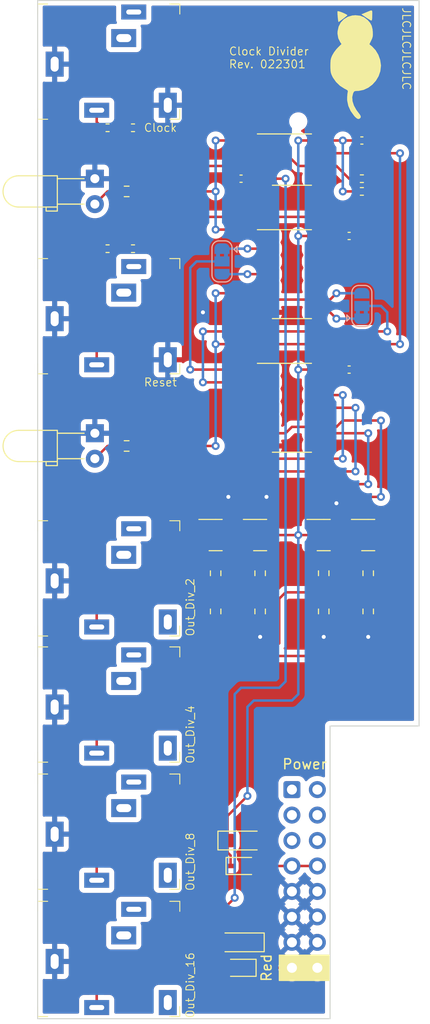
<source format=kicad_pcb>
(kicad_pcb (version 20211014) (generator pcbnew)
  (layers (0 "F.Cu" signal) (31 "B.Cu" signal) (34 "B.Paste" user) (35 "F.Paste" user) (36 "B.SilkS" user "B.Silkscreen") (37 "F.SilkS" user "F.Silkscreen") (38 "B.Mask" user) (39 "F.Mask" user) (44 "Edge.Cuts" user))
  (net 0 "")
  (net 1 "-12V")
  (net 2 "GND")
  (net 3 "Net-(D1-Pad2)")
  (net 4 "Net-(D2-Pad2)")
  (net 5 "Net-(IC1-Pad1)")
  (net 6 "Net-(IC1-Pad2)")
  (net 7 "Net-(D4-Pad1)")
  (net 8 "Net-(IC1-Pad3)")
  (net 9 "Net-(IC1-Pad7)")
  (net 10 "Net-(IC3-Pad2)")
  (net 11 "Net-(IC3-Pad4)")
  (net 12 "Net-(IC3-Pad6)")
  (net 13 "Net-(IC3-Pad8)")
  (net 17 "Net-(IC4-Pad6)")
  (net 19 "Net-(IC4-Pad9)")
  (net 21 "Net-(IC4-Pad11)")
  (net 22 "Net-(IC4-Pad12)")
  (net 24 "Net-(J1-PadT)")
  (net 25 "Net-(J2-PadT)")
  (net 26 "Net-(J3-PadT)")
  (net 27 "Net-(J4-PadT)")
  (net 28 "Net-(J5-PadT)")
  (net 29 "Net-(J6-PadT)")
  (net 30 "Net-(IC1-Pad5)")
  (net 31 "Net-(D3-Pad2)")
  (net 32 "Net-(IC4-Pad1)")
  (net 33 "Net-(IC4-Pad2)")
  (net 34 "+12V")
  (net 35 "Net-(Q1-Pad2)")
  (net 36 "Net-(Q2-Pad2)")
  (net 37 "Net-(Q3-Pad2)")
  (net 38 "Net-(Q4-Pad2)")
  (footprint "Resistor_SMD:R_0603_1608Metric" (layer "F.Cu") (at 28.575 57.15 -90)
    (fp_text reference "R17" hide)
    (fp_text value "1k2" hide)
    (pad "1" smd roundrect (at -0.825 0 270) (size 0.8 0.95) (layers "F.Cu" "F.Paste" "F.Mask") (net 37 "Net-(Q3-Pad2)"))
    (pad "2" smd roundrect (at 0.825 0 270) (size 0.8 0.95) (layers "F.Cu" "F.Paste" "F.Mask") (net 28 "Net-(J5-PadT)"))
  )
  (footprint "Resistor_SMD:R_0402_1005Metric" (layer "F.Cu") (at 6.985 12.7)
    (fp_text reference "R4" hide)
    (fp_text value "10k" hide)
    (pad "1" smd roundrect (at -0.51 0) (size 0.54 0.64) (layers "F.Cu" "F.Paste" "F.Mask") (net 24 "Net-(J1-PadT)"))
    (pad "2" smd roundrect (at 0.51 0) (size 0.54 0.64) (layers "F.Cu" "F.Paste" "F.Mask") (net 8 "Net-(IC1-Pad3)"))
  )
  (footprint "Resistor_SMD:R_0603_1608Metric" (layer "F.Cu") (at 22.225 60.96 -90)
    (fp_text reference "R16" hide)
    (fp_text value "1k" hide)
    (pad "1" smd roundrect (at -0.825 0 270) (size 0.8 0.95) (layers "F.Cu" "F.Paste" "F.Mask") (net 26 "Net-(J3-PadT)"))
    (pad "2" smd roundrect (at 0.825 0 270) (size 0.8 0.95) (layers "F.Cu" "F.Paste" "F.Mask") (net 2 "GND"))
  )
  (footprint "Capacitor_Tantalum_SMD:CP_EIA-3216-18_Kemet-A" (layer "F.Cu") (at 20.32 83.82)
    (fp_text reference "C2" hide)
    (fp_text value "10uF/16V" hide)
    (pad "1" smd roundrect (at -1.35 0) (size 1.4 1.35) (layers "F.Cu" "F.Paste" "F.Mask") (roundrect_rratio 0.1851851852) (net 34 "+12V"))
    (pad "2" smd roundrect (at 1.35 0) (size 1.4 1.35) (layers "F.Cu" "F.Paste" "F.Mask") (roundrect_rratio 0.1851851852) (net 2 "GND"))
  )
  (footprint "Resistor_SMD:R_0603_1608Metric" (layer "F.Cu") (at 33.02 57.15 -90)
    (fp_text reference "R19" hide)
    (fp_text value "1k2" hide)
    (pad "1" smd roundrect (at -0.825 0 270) (size 0.8 0.95) (layers "F.Cu" "F.Paste" "F.Mask") (net 38 "Net-(Q4-Pad2)"))
    (pad "2" smd roundrect (at 0.825 0 270) (size 0.8 0.95) (layers "F.Cu" "F.Paste" "F.Mask") (net 29 "Net-(J6-PadT)"))
  )
  (footprint "Capacitor_SMD:C_0402_1005Metric" (layer "F.Cu") (at 31.115 36.83)
    (fp_text reference "C4" hide)
    (fp_text value "100nF" hide)
    (pad "1" smd roundrect (at -0.48 0) (size 0.56 0.62) (layers "F.Cu" "F.Paste" "F.Mask") (net 34 "+12V"))
    (pad "2" smd roundrect (at 0.48 0) (size 0.56 0.62) (layers "F.Cu" "F.Paste" "F.Mask") (net 2 "GND"))
  )
  (footprint "Package_SO:SOIC-14_3.9x8.7mm_P1.27mm" (layer "F.Cu") (at 25.4 27.305)
    (fp_text reference "IC3" hide)
    (fp_text value "CD4069UBM96" hide)
    (pad "1" smd roundrect (at -2.475 -3.81) (size 1.95 0.6) (layers "F.Cu" "F.Paste" "F.Mask") (net 5 "Net-(IC1-Pad1)"))
    (pad "2" smd roundrect (at -2.475 -2.54) (size 1.95 0.6) (layers "F.Cu" "F.Paste" "F.Mask") (net 10 "Net-(IC3-Pad2)"))
    (pad "3" smd roundrect (at -2.475 -1.27) (size 1.95 0.6) (layers "F.Cu" "F.Paste" "F.Mask") (net 10 "Net-(IC3-Pad2)"))
    (pad "4" smd roundrect (at -2.475 0) (size 1.95 0.6) (layers "F.Cu" "F.Paste" "F.Mask") (net 11 "Net-(IC3-Pad4)"))
    (pad "5" smd roundrect (at -2.475 1.27) (size 1.95 0.6) (layers "F.Cu" "F.Paste" "F.Mask") (net 9 "Net-(IC1-Pad7)"))
    (pad "6" smd roundrect (at -2.475 2.54) (size 1.95 0.6) (layers "F.Cu" "F.Paste" "F.Mask") (net 12 "Net-(IC3-Pad6)"))
    (pad "7" smd roundrect (at -2.475 3.81) (size 1.95 0.6) (layers "F.Cu" "F.Paste" "F.Mask") (net 2 "GND"))
    (pad "8" smd roundrect (at 2.475 3.81) (size 1.95 0.6) (layers "F.Cu" "F.Paste" "F.Mask") (net 13 "Net-(IC3-Pad8)"))
    (pad "9" smd roundrect (at 2.475 2.54) (size 1.95 0.6) (layers "F.Cu" "F.Paste" "F.Mask") (net 12 "Net-(IC3-Pad6)"))
    (pad "10" smd roundrect (at 2.475 1.27) (size 1.95 0.6) (layers "F.Cu" "F.Paste" "F.Mask"))
    (pad "11" smd roundrect (at 2.475 0) (size 1.95 0.6) (layers "F.Cu" "F.Paste" "F.Mask"))
    (pad "12" smd roundrect (at 2.475 -1.27) (size 1.95 0.6) (layers "F.Cu" "F.Paste" "F.Mask"))
    (pad "13" smd roundrect (at 2.475 -2.54) (size 1.95 0.6) (layers "F.Cu" "F.Paste" "F.Mask"))
    (pad "14" smd roundrect (at 2.475 -3.81) (size 1.95 0.6) (layers "F.Cu" "F.Paste" "F.Mask") (net 34 "+12V"))
  )
  (footprint "Connector_Audio_QingPu:Jack_3.5mm_QingPu_WQP-PJ324M" (layer "F.Cu") (at 0 6.35)
    (fp_text reference "J1" hide)
    (fp_text value "Clock" (at 13.97 6.35) (layer "F.SilkS") (effects (font (size 0.8 0.8) (thickness 0.1)) (justify right)))
    (pad "R" thru_hole rect locked (at 9.6 -5.2) (size 2.5 1.5) (drill oval 1.5 0.5) (layers *.Cu *.Mask))
    (pad "RN" thru_hole rect locked (at 8.6 -2.6) (size 2.5 1.8) (drill oval 1.5 0.8) (layers *.Cu *.Mask))
    (pad "S" thru_hole rect locked (at 1.7 0) (size 1.8 2.5) (drill oval 0.8 1.5) (layers *.Cu *.Mask) (net 2 "GND"))
    (pad "T" thru_hole rect locked (at 5.9 4.6) (size 2.5 1.5) (drill oval 1.5 0.5) (layers *.Cu *.Mask) (net 24 "Net-(J1-PadT)"))
    (pad "TN" thru_hole rect locked (at 13 4.1) (size 1.8 2.5) (drill oval 0.8 1.5) (layers *.Cu *.Mask) (net 2 "GND"))
  )
  (footprint "Resistor_SMD:R_0603_1608Metric" (layer "F.Cu") (at 22.225 57.15 -90)
    (fp_text reference "R14" hide)
    (fp_text value "1k2" hide)
    (pad "1" smd roundrect (at -0.825 0 270) (size 0.8 0.95) (layers "F.Cu" "F.Paste" "F.Mask") (net 36 "Net-(Q2-Pad2)"))
    (pad "2" smd roundrect (at 0.825 0 270) (size 0.8 0.95) (layers "F.Cu" "F.Paste" "F.Mask") (net 26 "Net-(J3-PadT)"))
  )
  (footprint "Resistor_SMD:R_0603_1608Metric" (layer "F.Cu") (at 8.89 44.45 180)
    (fp_text reference "R13" hide)
    (fp_text value "1k" hide)
    (pad "1" smd roundrect (at -0.825 0 180) (size 0.8 0.95) (layers "F.Cu" "F.Paste" "F.Mask") (net 9 "Net-(IC1-Pad7)"))
    (pad "2" smd roundrect (at 0.825 0 180) (size 0.8 0.95) (layers "F.Cu" "F.Paste" "F.Mask") (net 31 "Net-(D3-Pad2)"))
  )
  (footprint "Resistor_SMD:R_0402_1005Metric" (layer "F.Cu") (at 6.985 24.765)
    (fp_text reference "R10" hide)
    (fp_text value "10k" hide)
    (pad "1" smd roundrect (at -0.51 0) (size 0.54 0.64) (layers "F.Cu" "F.Paste" "F.Mask") (net 27 "Net-(J4-PadT)"))
    (pad "2" smd roundrect (at 0.51 0) (size 0.54 0.64) (layers "F.Cu" "F.Paste" "F.Mask") (net 30 "Net-(IC1-Pad5)"))
  )
  (footprint "Package_SO:SOIC-8_3.9x4.9mm_P1.27mm" (layer "F.Cu") (at 25.4 15.875)
    (fp_text reference "IC1" hide)
    (fp_text value "TL072CDT" hide)
    (pad "1" smd roundrect (at -2.475 -1.905) (size 1.95 0.6) (layers "F.Cu" "F.Paste" "F.Mask") (net 5 "Net-(IC1-Pad1)"))
    (pad "2" smd roundrect (at -2.475 -0.635) (size 1.95 0.6) (layers "F.Cu" "F.Paste" "F.Mask") (net 6 "Net-(IC1-Pad2)"))
    (pad "3" smd roundrect (at -2.475 0.635) (size 1.95 0.6) (layers "F.Cu" "F.Paste" "F.Mask") (net 8 "Net-(IC1-Pad3)"))
    (pad "4" smd roundrect (at -2.475 1.905) (size 1.95 0.6) (layers "F.Cu" "F.Paste" "F.Mask") (net 1 "-12V"))
    (pad "5" smd roundrect (at 2.475 1.905) (size 1.95 0.6) (layers "F.Cu" "F.Paste" "F.Mask") (net 30 "Net-(IC1-Pad5)"))
    (pad "6" smd roundrect (at 2.475 0.635) (size 1.95 0.6) (layers "F.Cu" "F.Paste" "F.Mask") (net 6 "Net-(IC1-Pad2)"))
    (pad "7" smd roundrect (at 2.475 -0.635) (size 1.95 0.6) (layers "F.Cu" "F.Paste" "F.Mask") (net 9 "Net-(IC1-Pad7)"))
    (pad "8" smd roundrect (at 2.475 -1.905) (size 1.95 0.6) (layers "F.Cu" "F.Paste" "F.Mask") (net 34 "+12V"))
  )
  (footprint "Connector_Audio_QingPu:Jack_3.5mm_QingPu_WQP-PJ324M" (layer "F.Cu") (at 0 95.885)
    (fp_text reference "J6" hide)
    (fp_text value "Out_Div_16" (at 15.24 5.715 90) (layer "F.SilkS") (effects (font (size 0.8 0.8) (thickness 0.1)) (justify left)))
    (pad "R" thru_hole rect locked (at 9.6 -5.2) (size 2.5 1.5) (drill oval 1.5 0.5) (layers *.Cu *.Mask))
    (pad "RN" thru_hole rect locked (at 8.6 -2.6) (size 2.5 1.8) (drill oval 1.5 0.8) (layers *.Cu *.Mask))
    (pad "S" thru_hole rect locked (at 1.7 0) (size 1.8 2.5) (drill oval 0.8 1.5) (layers *.Cu *.Mask) (net 2 "GND"))
    (pad "T" thru_hole rect locked (at 5.9 4.6) (size 2.5 1.5) (drill oval 1.5 0.5) (layers *.Cu *.Mask) (net 29 "Net-(J6-PadT)"))
    (pad "TN" thru_hole rect locked (at 13 4.1) (size 1.8 2.5) (drill oval 0.8 1.5) (layers *.Cu *.Mask))
  )
  (footprint "Package_TO_SOT_SMD:SOT-23" (layer "F.Cu") (at 17.78 53.34)
    (fp_text reference "Q1" hide)
    (fp_text value "MMBT3904" hide)
    (pad "1" smd roundrect (at -0.9375 -0.95) (size 1.475 0.6) (layers "F.Cu" "F.Paste" "F.Mask") (net 22 "Net-(IC4-Pad12)"))
    (pad "2" smd roundrect (at -0.9375 0.95) (size 1.475 0.6) (layers "F.Cu" "F.Paste" "F.Mask") (net 35 "Net-(Q1-Pad2)"))
    (pad "3" smd roundrect (at 0.9375 0) (size 1.475 0.6) (layers "F.Cu" "F.Paste" "F.Mask") (net 34 "+12V"))
  )
  (footprint "Resistor_SMD:R_0603_1608Metric" (layer "F.Cu") (at 28.575 60.96 -90)
    (fp_text reference "R18" hide)
    (fp_text value "1k" hide)
    (pad "1" smd roundrect (at -0.825 0 270) (size 0.8 0.95) (layers "F.Cu" "F.Paste" "F.Mask") (net 28 "Net-(J5-PadT)"))
    (pad "2" smd roundrect (at 0.825 0 270) (size 0.8 0.95) (layers "F.Cu" "F.Paste" "F.Mask") (net 2 "GND"))
  )
  (footprint "Package_TO_SOT_SMD:SOT-23" (layer "F.Cu") (at 28.575 53.34)
    (fp_text reference "Q3" hide)
    (fp_text value "MMBT3904" hide)
    (pad "1" smd roundrect (at -0.9375 -0.95) (size 1.475 0.6) (layers "F.Cu" "F.Paste" "F.Mask") (net 19 "Net-(IC4-Pad9)"))
    (pad "2" smd roundrect (at -0.9375 0.95) (size 1.475 0.6) (layers "F.Cu" "F.Paste" "F.Mask") (net 37 "Net-(Q3-Pad2)"))
    (pad "3" smd roundrect (at 0.9375 0) (size 1.475 0.6) (layers "F.Cu" "F.Paste" "F.Mask") (net 34 "+12V"))
  )
  (footprint "Resistor_SMD:R_0603_1608Metric" (layer "F.Cu") (at 17.78 57.15 -90)
    (fp_text reference "R7" hide)
    (fp_text value "1k2" hide)
    (pad "1" smd roundrect (at -0.825 0 270) (size 0.8 0.95) (layers "F.Cu" "F.Paste" "F.Mask") (net 35 "Net-(Q1-Pad2)"))
    (pad "2" smd roundrect (at 0.825 0 270) (size 0.8 0.95) (layers "F.Cu" "F.Paste" "F.Mask") (net 25 "Net-(J2-PadT)"))
  )
  (footprint "Package_TO_SOT_SMD:SOT-23" (layer "F.Cu") (at 22.225 53.34)
    (fp_text reference "Q2" hide)
    (fp_text value "MMBT3904" hide)
    (pad "1" smd roundrect (at -0.9375 -0.95) (size 1.475 0.6) (layers "F.Cu" "F.Paste" "F.Mask") (net 21 "Net-(IC4-Pad11)"))
    (pad "2" smd roundrect (at -0.9375 0.95) (size 1.475 0.6) (layers "F.Cu" "F.Paste" "F.Mask") (net 36 "Net-(Q2-Pad2)"))
    (pad "3" smd roundrect (at 0.9375 0) (size 1.475 0.6) (layers "F.Cu" "F.Paste" "F.Mask") (net 34 "+12V"))
  )
  (footprint "Resistor_SMD:R_0402_1005Metric" (layer "F.Cu") (at 32.385 17.78 180)
    (fp_text reference "R15" hide)
    (fp_text value "10k" hide)
    (pad "1" smd roundrect (at -0.51 0 180) (size 0.54 0.64) (layers "F.Cu" "F.Paste" "F.Mask") (net 2 "GND"))
    (pad "2" smd roundrect (at 0.51 0 180) (size 0.54 0.64) (layers "F.Cu" "F.Paste" "F.Mask") (net 6 "Net-(IC1-Pad2)"))
  )
  (footprint "Resistor_SMD:R_0603_1608Metric" (layer "F.Cu") (at 17.78 60.96 -90)
    (fp_text reference "R8" hide)
    (fp_text value "1k" hide)
    (pad "1" smd roundrect (at -0.825 0 270) (size 0.8 0.95) (layers "F.Cu" "F.Paste" "F.Mask") (net 25 "Net-(J2-PadT)"))
    (pad "2" smd roundrect (at 0.825 0 270) (size 0.8 0.95) (layers "F.Cu" "F.Paste" "F.Mask") (net 2 "GND"))
  )
  (footprint "Capacitor_SMD:C_0402_1005Metric" (layer "F.Cu") (at 20.32 17.78)
    (fp_text reference "C6" hide)
    (fp_text value "100nF" hide)
    (pad "1" smd roundrect (at -0.48 0) (size 0.56 0.62) (layers "F.Cu" "F.Paste" "F.Mask") (net 2 "GND"))
    (pad "2" smd roundrect (at 0.48 0) (size 0.56 0.62) (layers "F.Cu" "F.Paste" "F.Mask") (net 1 "-12V"))
  )
  (footprint "Connector_Audio_QingPu:Jack_3.5mm_QingPu_WQP-PJ324M" (layer "F.Cu") (at 0 31.75)
    (fp_text reference "J4" hide)
    (fp_text value "Reset" (at 13.97 6.35) (layer "F.SilkS") (effects (font (size 0.8 0.8) (thickness 0.1)) (justify right)))
    (pad "R" thru_hole rect locked (at 9.6 -5.2) (size 2.5 1.5) (drill oval 1.5 0.5) (layers *.Cu *.Mask))
    (pad "RN" thru_hole rect locked (at 8.6 -2.6) (size 2.5 1.8) (drill oval 1.5 0.8) (layers *.Cu *.Mask))
    (pad "S" thru_hole rect locked (at 1.7 0) (size 1.8 2.5) (drill oval 0.8 1.5) (layers *.Cu *.Mask) (net 2 "GND"))
    (pad "T" thru_hole rect locked (at 5.9 4.6) (size 2.5 1.5) (drill oval 1.5 0.5) (layers *.Cu *.Mask) (net 27 "Net-(J4-PadT)"))
    (pad "TN" thru_hole rect locked (at 13 4.1) (size 1.8 2.5) (drill oval 0.8 1.5) (layers *.Cu *.Mask) (net 2 "GND"))
  )
  (footprint "Capacitor_SMD:C_0402_1005Metric" (layer "F.Cu") (at 32.385 13.97)
    (fp_text reference "C1" hide)
    (fp_text value "100nF" hide)
    (pad "1" smd roundrect (at -0.48 0) (size 0.56 0.62) (layers "F.Cu" "F.Paste" "F.Mask") (net 34 "+12V"))
    (pad "2" smd roundrect (at 0.48 0) (size 0.56 0.62) (layers "F.Cu" "F.Paste" "F.Mask") (net 2 "GND"))
  )
  (footprint "Diode_SMD:D_SOD-323" (layer "F.Cu") (at 20.32 96.52 180)
    (fp_text reference "D4" hide)
    (fp_text value "1N5819WS" hide)
    (pad "1" smd rect (at -1.05 0 180) (size 0.6 0.45) (layers "F.Cu" "F.Paste" "F.Mask") (net 7 "Net-(D4-Pad1)"))
    (pad "2" smd rect (at 1.05 0 180) (size 0.6 0.45) (layers "F.Cu" "F.Paste" "F.Mask") (net 1 "-12V"))
  )
  (footprint "Package_SO:SOIC-14_3.9x8.7mm_P1.27mm" (layer "F.Cu") (at 25.4 40.64)
    (fp_text reference "IC4" hide)
    (fp_text value "CD4024BM96" hide)
    (pad "1" smd roundrect (at -2.475 -3.81) (size 1.95 0.6) (layers "F.Cu" "F.Paste" "F.Mask") (net 32 "Net-(IC4-Pad1)"))
    (pad "2" smd roundrect (at -2.475 -2.54) (size 1.95 0.6) (layers "F.Cu" "F.Paste" "F.Mask") (net 33 "Net-(IC4-Pad2)"))
    (pad "3" smd roundrect (at -2.475 -1.27) (size 1.95 0.6) (layers "F.Cu" "F.Paste" "F.Mask"))
    (pad "4" smd roundrect (at -2.475 0) (size 1.95 0.6) (layers "F.Cu" "F.Paste" "F.Mask"))
    (pad "5" smd roundrect (at -2.475 1.27) (size 1.95 0.6) (layers "F.Cu" "F.Paste" "F.Mask"))
    (pad "6" smd roundrect (at -2.475 2.54) (size 1.95 0.6) (layers "F.Cu" "F.Paste" "F.Mask") (net 17 "Net-(IC4-Pad6)"))
    (pad "7" smd roundrect (at -2.475 3.81) (size 1.95 0.6) (layers "F.Cu" "F.Paste" "F.Mask") (net 2 "GND"))
    (pad "8" smd roundrect (at 2.475 3.81) (size 1.95 0.6) (layers "F.Cu" "F.Paste" "F.Mask"))
    (pad "9" smd roundrect (at 2.475 2.54) (size 1.95 0.6) (layers "F.Cu" "F.Paste" "F.Mask") (net 19 "Net-(IC4-Pad9)"))
    (pad "10" smd roundrect (at 2.475 1.27) (size 1.95 0.6) (layers "F.Cu" "F.Paste" "F.Mask"))
    (pad "11" smd roundrect (at 2.475 0) (size 1.95 0.6) (layers "F.Cu" "F.Paste" "F.Mask") (net 21 "Net-(IC4-Pad11)"))
    (pad "12" smd roundrect (at 2.475 -1.27) (size 1.95 0.6) (layers "F.Cu" "F.Paste" "F.Mask") (net 22 "Net-(IC4-Pad12)"))
    (pad "13" smd roundrect (at 2.475 -2.54) (size 1.95 0.6) (layers "F.Cu" "F.Paste" "F.Mask"))
    (pad "14" smd roundrect (at 2.475 -3.81) (size 1.95 0.6) (layers "F.Cu" "F.Paste" "F.Mask") (net 34 "+12V"))
  )
  (footprint "LED_THT:LED_D3.0mm_Horizontal_O3.81mm_Z6.0mm" (layer "F.Cu") (at 5.715 43.18 -90)
    (fp_text reference "D3" hide)
    (fp_text value "LED" hide)
    (pad "1" thru_hole rect (at 0 0 270) (size 1.8 1.8) (drill 0.9) (layers *.Cu *.Mask) (net 2 "GND"))
    (pad "2" thru_hole circle (at 2.54 0 270) (size 1.8 1.8) (drill 0.9) (layers *.Cu *.Mask) (net 31 "Net-(D3-Pad2)"))
  )
  (footprint "Capacitor_SMD:C_0402_1005Metric" (layer "F.Cu") (at 31.115 23.495)
    (fp_text reference "C5" hide)
    (fp_text value "100nF" hide)
    (pad "1" smd roundrect (at -0.48 0) (size 0.56 0.62) (layers "F.Cu" "F.Paste" "F.Mask") (net 34 "+12V"))
    (pad "2" smd roundrect (at 0.48 0) (size 0.56 0.62) (layers "F.Cu" "F.Paste" "F.Mask") (net 2 "GND"))
  )
  (footprint "Connector_Audio_QingPu:Jack_3.5mm_QingPu_WQP-PJ324M" (layer "F.Cu") (at 0 70.5)
    (fp_text reference "J3" hide)
    (fp_text value "Out_Div_4" (at 15.24 5.7 90) (layer "F.SilkS") (effects (font (size 0.8 0.8) (thickness 0.1)) (justify left)))
    (pad "R" thru_hole rect locked (at 9.6 -5.2) (size 2.5 1.5) (drill oval 1.5 0.5) (layers *.Cu *.Mask))
    (pad "RN" thru_hole rect locked (at 8.6 -2.6) (size 2.5 1.8) (drill oval 1.5 0.8) (layers *.Cu *.Mask))
    (pad "S" thru_hole rect locked (at 1.7 0) (size 1.8 2.5) (drill oval 0.8 1.5) (layers *.Cu *.Mask) (net 2 "GND"))
    (pad "T" thru_hole rect locked (at 5.9 4.6) (size 2.5 1.5) (drill oval 1.5 0.5) (layers *.Cu *.Mask) (net 26 "Net-(J3-PadT)"))
    (pad "TN" thru_hole rect locked (at 13 4.1) (size 1.8 2.5) (drill oval 0.8 1.5) (layers *.Cu *.Mask))
  )
  (footprint "Resistor_SMD:R_0402_1005Metric" (layer "F.Cu") (at 32.385 19.05 180)
    (fp_text reference "R1" hide)
    (fp_text value "100k" hide)
    (pad "1" smd roundrect (at -0.51 0 180) (size 0.54 0.64) (layers "F.Cu" "F.Paste" "F.Mask") (net 6 "Net-(IC1-Pad2)"))
    (pad "2" smd roundrect (at 0.51 0 180) (size 0.54 0.64) (layers "F.Cu" "F.Paste" "F.Mask") (net 34 "+12V"))
  )
  (footprint "Resistor_SMD:R_0402_1005Metric" (layer "F.Cu") (at 9.525 12.7 180)
    (fp_text reference "R2" hide)
    (fp_text value "100k" hide)
    (pad "1" smd roundrect (at -0.51 0 180) (size 0.54 0.64) (layers "F.Cu" "F.Paste" "F.Mask") (net 2 "GND"))
    (pad "2" smd roundrect (at 0.51 0 180) (size 0.54 0.64) (layers "F.Cu" "F.Paste" "F.Mask") (net 8 "Net-(IC1-Pad3)"))
  )
  (footprint "Package_TO_SOT_SMD:SOT-23" (layer "F.Cu") (at 33.02 53.34)
    (fp_text reference "Q4" hide)
    (fp_text value "MMBT3904" hide)
    (pad "1" smd roundrect (at -0.9375 -0.95) (size 1.475 0.6) (layers "F.Cu" "F.Paste" "F.Mask") (net 17 "Net-(IC4-Pad6)"))
    (pad "2" smd roundrect (at -0.9375 0.95) (size 1.475 0.6) (layers "F.Cu" "F.Paste" "F.Mask") (net 38 "Net-(Q4-Pad2)"))
    (pad "3" smd roundrect (at 0.9375 0) (size 1.475 0.6) (layers "F.Cu" "F.Paste" "F.Mask") (net 34 "+12V"))
  )
  (footprint "Connector_Audio_QingPu:Jack_3.5mm_QingPu_WQP-PJ324M" (layer "F.Cu") (at 0 57.912)
    (fp_text reference "J2" hide)
    (fp_text value "Out_Div_2" (at 15.24 5.588 90) (layer "F.SilkS") (effects (font (size 0.8 0.8) (thickness 0.1)) (justify left)))
    (pad "R" thru_hole rect locked (at 9.6 -5.2) (size 2.5 1.5) (drill oval 1.5 0.5) (layers *.Cu *.Mask))
    (pad "RN" thru_hole rect locked (at 8.6 -2.6) (size 2.5 1.8) (drill oval 1.5 0.8) (layers *.Cu *.Mask))
    (pad "S" thru_hole rect locked (at 1.7 0) (size 1.8 2.5) (drill oval 0.8 1.5) (layers *.Cu *.Mask) (net 2 "GND"))
    (pad "T" thru_hole rect locked (at 5.9 4.6) (size 2.5 1.5) (drill oval 1.5 0.5) (layers *.Cu *.Mask) (net 25 "Net-(J2-PadT)"))
    (pad "TN" thru_hole rect locked (at 13 4.1) (size 1.8 2.5) (drill oval 0.8 1.5) (layers *.Cu *.Mask))
  )
  (footprint "Resistor_SMD:R_0603_1608Metric" (layer "F.Cu") (at 8.89 19.05 180)
    (fp_text reference "R12" hide)
    (fp_text value "1k" hide)
    (pad "1" smd roundrect (at -0.825 0 180) (size 0.8 0.95) (layers "F.Cu" "F.Paste" "F.Mask") (net 5 "Net-(IC1-Pad1)"))
    (pad "2" smd roundrect (at 0.825 0 180) (size 0.8 0.95) (layers "F.Cu" "F.Paste" "F.Mask") (net 3 "Net-(D1-Pad2)"))
  )
  (footprint "CATs_Eurosynth_Specials:Power_2x8_Horizontal" (layer "F.Cu") (at 25.4 78.74)
    (fp_text reference "J7" hide)
    (fp_text value "Power_2x5" hide)
    (fp_text user "Power" (at 1.27 -2.54 180) (layer "F.SilkS"))
    (fp_text user "Red" (at -2.54 17.78 90) (layer "F.SilkS"))
    (pad "+5V" thru_hole circle locked (at 0 5.08) (size 1.7 1.7) (drill 1) (layers *.Cu *.Mask))
    (pad "+5V" thru_hole circle locked (at 2.54 5.08) (size 1.7 1.7) (drill 1) (layers *.Cu *.Mask))
    (pad "+12V" thru_hole circle locked (at 0 7.62) (size 1.7 1.7) (drill 1) (layers *.Cu *.Mask) (net 4 "Net-(D2-Pad2)"))
    (pad "+12V" thru_hole circle locked (at 2.54 7.62) (size 1.7 1.7) (drill 1) (layers *.Cu *.Mask) (net 4 "Net-(D2-Pad2)"))
    (pad "-12V" thru_hole circle locked (at 2.54 17.78) (size 1.7 1.7) (drill 1) (layers *.Cu *.Mask) (net 7 "Net-(D4-Pad1)"))
    (pad "-12V" thru_hole circle locked (at 0 17.78) (size 1.7 1.7) (drill 1) (layers *.Cu *.Mask) (net 7 "Net-(D4-Pad1)"))
    (pad "CV" thru_hole circle locked (at 2.54 2.54) (size 1.7 1.7) (drill 1) (layers *.Cu *.Mask))
    (pad "CV" thru_hole circle locked (at 0 2.54) (size 1.7 1.7) (drill 1) (layers *.Cu *.Mask))
    (pad "GND" thru_hole circle locked (at 2.54 15.24) (size 1.7 1.7) (drill 1) (layers *.Cu *.Mask) (net 2 "GND"))
    (pad "GND" thru_hole circle locked (at 0 12.7) (size 1.7 1.7) (drill 1) (layers *.Cu *.Mask) (net 2 "GND"))
    (pad "GND" thru_hole circle locked (at 0 10.16) (size 1.7 1.7) (drill 1) (layers *.Cu *.Mask) (net 2 "GND"))
    (pad "GND" thru_hole circle locked (at 2.54 10.16) (size 1.7 1.7) (drill 1) (layers *.Cu *.Mask) (net 2 "GND"))
    (pad "GND" thru_hole circle locked (at 2.54 12.7) (size 1.7 1.7) (drill 1) (layers *.Cu *.Mask) (net 2 "GND"))
    (pad "GND" thru_hole circle locked (at 0 15.24) (size 1.7 1.7) (drill 1) (layers *.Cu *.Mask) (net 2 "GND"))
    (pad "Gate" thru_hole circle locked (at 2.54 0) (size 1.7 1.7) (drill 1) (layers *.Cu *.Mask))
    (pad "Gate" thru_hole roundrect locked (at 0 0) (size 1.7 1.7) (drill 1) (layers *.Cu *.Mask) (roundrect_rratio 0.147))
  )
  (footprint "Connector_Audio_QingPu:Jack_3.5mm_QingPu_WQP-PJ324M" (layer "F.Cu") (at 0 83.185)
    (fp_text reference "J5" hide)
    (fp_text value "Out_Div_8" (at 15.24 5.715 90) (layer "F.SilkS") (effects (font (size 0.8 0.8) (thickness 0.1)) (justify left)))
    (pad "R" thru_hole rect locked (at 9.6 -5.2) (size 2.5 1.5) (drill oval 1.5 0.5) (layers *.Cu *.Mask))
    (pad "RN" thru_hole rect locked (at 8.6 -2.6) (size 2.5 1.8) (drill oval 1.5 0.8) (layers *.Cu *.Mask))
    (pad "S" thru_hole rect locked (at 1.7 0) (size 1.8 2.5) (drill oval 0.8 1.5) (layers *.Cu *.Mask) (net 2 "GND"))
    (pad "T" thru_hole rect locked (at 5.9 4.6) (size 2.5 1.5) (drill oval 1.5 0.5) (layers *.Cu *.Mask) (net 28 "Net-(J5-PadT)"))
    (pad "TN" thru_hole rect locked (at 13 4.1) (size 1.8 2.5) (drill oval 0.8 1.5) (layers *.Cu *.Mask))
  )
  (footprint "Diode_SMD:D_SOD-323" (layer "F.Cu") (at 20.32 86.36)
    (fp_text reference "D2" hide)
    (fp_text value "1N5819WS" hide)
    (pad "1" smd rect (at -1.05 0) (size 0.6 0.45) (layers "F.Cu" "F.Paste" "F.Mask") (net 34 "+12V"))
    (pad "2" smd rect (at 1.05 0) (size 0.6 0.45) (layers "F.Cu" "F.Paste" "F.Mask") (net 4 "Net-(D2-Pad2)"))
  )
  (footprint "Resistor_SMD:R_0402_1005Metric" (layer "F.Cu") (at 9.525 24.765 180)
    (fp_text reference "R5" hide)
    (fp_text value "100k" hide)
    (pad "1" smd roundrect (at -0.51 0 180) (size 0.54 0.64) (layers "F.Cu" "F.Paste" "F.Mask") (net 2 "GND"))
    (pad "2" smd roundrect (at 0.51 0 180) (size 0.54 0.64) (layers "F.Cu" "F.Paste" "F.Mask") (net 30 "Net-(IC1-Pad5)"))
  )
  (footprint "CATs_Eurosynth_Specials:CATs Tiny" (layer "F.Cu") (at 31.75 6.35)
    (fp_text reference "G***" hide)
    (fp_text value "LOGO" hide)
  )
  (footprint "LED_THT:LED_D3.0mm_Horizontal_O3.81mm_Z6.0mm" (layer "F.Cu") (at 5.715 17.78 -90)
    (fp_text reference "D1" hide)
    (fp_text value "LED" hide)
    (pad "1" thru_hole rect (at 0 0 270) (size 1.8 1.8) (drill 0.9) (layers *.Cu *.Mask) (net 2 "GND"))
    (pad "2" thru_hole circle (at 2.54 0 270) (size 1.8 1.8) (drill 0.9) (layers *.Cu *.Mask) (net 3 "Net-(D1-Pad2)"))
  )
  (footprint "Resistor_SMD:R_0603_1608Metric" (layer "F.Cu") (at 33.02 60.96 -90)
    (fp_text reference "R20" hide)
    (fp_text value "1k" hide)
    (pad "1" smd roundrect (at -0.825 0 270) (size 0.8 0.95) (layers "F.Cu" "F.Paste" "F.Mask") (net 29 "Net-(J6-PadT)"))
    (pad "2" smd roundrect (at 0.825 0 270) (size 0.8 0.95) (layers "F.Cu" "F.Paste" "F.Mask") (net 2 "GND"))
  )
  (footprint "Capacitor_Tantalum_SMD:CP_EIA-3216-18_Kemet-A" (layer "F.Cu") (at 20.32 93.98 180)
    (fp_text reference "C3" hide)
    (fp_text value "10uF/16V" hide)
    (pad "1" smd roundrect (at -1.35 0 180) (size 1.4 1.35) (layers "F.Cu" "F.Paste" "F.Mask") (roundrect_rratio 0.1851851852) (net 2 "GND"))
    (pad "2" smd roundrect (at 1.35 0 180) (size 1.4 1.35) (layers "F.Cu" "F.Paste" "F.Mask") (roundrect_rratio 0.1851851852) (net 1 "-12V"))
  )
  (footprint "Jumper:SolderJumper-3_P1.3mm_Bridged2Bar12_RoundedPad1.0x1.5mm" (layer "B.Cu") (at 32.385 30.48 90)
    (fp_text reference "JP2" hide)
    (fp_text value "Inv_RST")
    (fp_poly (pts (xy -0.9 0.6) (xy -0.4 0.6) (xy -0.4 0.2) (xy -0.9 0.2)) (layer "B.Cu") (width 0) (fill solid))
    (fp_poly (pts (xy -0.9 -0.2) (xy -0.4 -0.2) (xy -0.4 -0.6) (xy -0.9 -0.6)) (layer "B.Cu") (width 0) (fill solid))
    (pad "1" smd custom (at -1.3 0 90) (size 1 0.5) (layers "B.Cu" "B.Mask") (net 13 "Net-(IC3-Pad8)") (options (clearance outline) (anchor rect)) (primitives (gr_circle (center 0 -0.25) (end 0.5 -0.25) (width 0) (fill yes)) (gr_circle (center 0 0.25) (end 0.5 0.25) (width 0) (fill yes)) (gr_poly (pts (xy 0.55 0.75) (xy 0 0.75) (xy 0 -0.75) (xy 0.55 -0.75)) (width 0) (fill yes))))
    (pad "2" smd rect (at 0 0 90) (size 1 1.5) (layers "B.Cu" "B.Mask") (net 33 "Net-(IC4-Pad2)"))
    (pad "3" smd custom (at 1.3 0 90) (size 1 0.5) (layers "B.Cu" "B.Mask") (net 12 "Net-(IC3-Pad6)") (options (clearance outline) (anchor rect)) (primitives (gr_circle (center 0 -0.25) (end 0.5 -0.25) (width 0) (fill yes)) (gr_circle (center 0 0.25) (end 0.5 0.25) (width 0) (fill yes)) (gr_poly (pts (xy 0 0.75) (xy -0.55 0.75) (xy -0.55 -0.75) (xy 0 -0.75)) (width 0) (fill yes))))
  )
  (footprint "Jumper:SolderJumper-3_P1.3mm_Bridged2Bar12_RoundedPad1.0x1.5mm" (layer "B.Cu") (at 18.415 26.035 -90)
    (fp_text reference "JP1" hide)
    (fp_text value "Inv_CLK")
    (fp_poly (pts (xy -0.9 -0.2) (xy -0.4 -0.2) (xy -0.4 -0.6) (xy -0.9 -0.6)) (layer "B.Cu") (width 0) (fill solid))
    (fp_poly (pts (xy -0.9 0.6) (xy -0.4 0.6) (xy -0.4 0.2) (xy -0.9 0.2)) (layer "B.Cu") (width 0) (fill solid))
    (pad "1" smd custom (at -1.3 0 270) (size 1 0.5) (layers "B.Cu" "B.Mask") (net 10 "Net-(IC3-Pad2)") (options (clearance outline) (anchor rect)) (primitives (gr_circle (center 0 -0.25) (end 0.5 -0.25) (width 0) (fill yes)) (gr_circle (center 0 0.25) (end 0.5 0.25) (width 0) (fill yes)) (gr_poly (pts (xy 0.55 0.75) (xy 0 0.75) (xy 0 -0.75) (xy 0.55 -0.75)) (width 0) (fill yes))))
    (pad "2" smd rect (at 0 0 270) (size 1 1.5) (layers "B.Cu" "B.Mask") (net 32 "Net-(IC4-Pad1)"))
    (pad "3" smd custom (at 1.3 0 270) (size 1 0.5) (layers "B.Cu" "B.Mask") (net 11 "Net-(IC3-Pad4)") (options (clearance outline) (anchor rect)) (primitives (gr_circle (center 0 -0.25) (end 0.5 -0.25) (width 0) (fill yes)) (gr_circle (center 0 0.25) (end 0.5 0.25) (width 0) (fill yes)) (gr_poly (pts (xy 0 0.75) (xy -0.55 0.75) (xy -0.55 -0.75) (xy 0 -0.75)) (width 0) (fill yes))))
  )
  (gr_line (start 38.1 72.39) (end 29.21 72.39) (layer "Edge.Cuts") (width 0.1))
  (gr_line (start 38.1 0) (end 38.1 72.39) (layer "Edge.Cuts") (width 0.1))
  (gr_line (start 0 101.6) (end 0 0) (layer "Edge.Cuts") (width 0.1))
  (gr_line (start 29.21 101.6) (end 0 101.6) (layer "Edge.Cuts") (width 0.1))
  (gr_line (start 0 0) (end 38.1 0) (layer "Edge.Cuts") (width 0.1))
  (gr_line (start 29.21 72.39) (end 29.21 101.6) (layer "Edge.Cuts") (width 0.1))
  (gr_text "JLCJLCJLCJLC" (at 36.83 0.635 270) (layer "F.SilkS") (effects (font (size 0.8 0.8) (thickness 0.1)) (justify left)))
  (gr_text "Clock Divider\nRev. 022301" (at 19.05 5.715) (layer "F.SilkS") (effects (font (size 0.8 0.8) (thickness 0.1)) (justify left)))
  (segment (start 19.27 96.52) (end 19.27 95.47) (width 0.25) (layer "F.Cu") (net 1))
  (segment (start 18.97 93.98) (end 18.97 90.25) (width 0.25) (layer "F.Cu") (net 1))
  (segment (start 18.97 90.25) (end 19.685 89.535) (width 0.25) (layer "F.Cu") (net 1))
  (segment (start 20.8 17.78) (end 22.925 17.78) (width 0.25) (layer "F.Cu") (net 1))
  (segment (start 18.97 95.17) (end 18.97 93.98) (width 0.25) (layer "F.Cu") (net 1))
  (segment (start 24.765 17.78) (end 22.925 17.78) (width 0.25) (layer "F.Cu") (net 1))
  (segment (start 19.27 95.47) (end 18.97 95.17) (width 0.25) (layer "F.Cu") (net 1))
  (via (at 24.765 17.78) (size 0.8) (drill 0.4) (layers "F.Cu" "B.Cu") (net 1))
  (via (at 19.685 89.535) (size 0.8) (drill 0.4) (layers "F.Cu" "B.Cu") (net 1))
  (segment (start 19.685 89.535) (end 19.685 69.215) (width 0.25) (layer "B.Cu") (net 1))
  (segment (start 24.13 68.58) (end 24.765 67.945) (width 0.25) (layer "B.Cu") (net 1))
  (segment (start 24.765 67.945) (end 24.765 17.78) (width 0.25) (layer "B.Cu") (net 1))
  (segment (start 19.685 69.215) (end 20.32 68.58) (width 0.25) (layer "B.Cu") (net 1))
  (segment (start 20.32 68.58) (end 24.13 68.58) (width 0.25) (layer "B.Cu") (net 1))
  (via (at 22.225 63.5) (size 0.8) (drill 0.4) (layers "F.Cu" "B.Cu") (net 2))
  (via (at 19.05 49.53) (size 0.8) (drill 0.4) (layers "F.Cu" "B.Cu") (net 2))
  (via (at 29.845 50.165) (size 0.8) (drill 0.4) (layers "F.Cu" "B.Cu") (net 2))
  (via (at 22.86 49.53) (size 0.8) (drill 0.4) (layers "F.Cu" "B.Cu") (net 2))
  (via (at 16.51 31.115) (size 0.8) (drill 0.4) (layers "F.Cu" "B.Cu") (net 2))
  (via (at 28.575 63.5) (size 0.8) (drill 0.4) (layers "F.Cu" "B.Cu") (net 2))
  (via (at 33.02 63.5) (size 0.8) (drill 0.4) (layers "F.Cu" "B.Cu") (net 2))
  (segment (start 6.985 19.05) (end 8.065 19.05) (width 0.25) (layer "F.Cu") (net 3))
  (segment (start 5.715 20.32) (end 6.985 19.05) (width 0.25) (layer "F.Cu") (net 3))
  (segment (start 21.37 86.36) (end 25.4 86.36) (width 0.25) (layer "F.Cu") (net 4))
  (segment (start 25.4 86.36) (end 27.94 86.36) (width 0.25) (layer "F.Cu") (net 4))
  (segment (start 21.59 23.495) (end 20.955 22.86) (width 0.25) (layer "F.Cu") (net 5))
  (segment (start 19.685 13.97) (end 22.925 13.97) (width 0.25) (layer "F.Cu") (net 5))
  (segment (start 20.955 22.86) (end 17.78 22.86) (width 0.25) (layer "F.Cu") (net 5))
  (segment (start 22.925 23.495) (end 21.59 23.495) (width 0.25) (layer "F.Cu") (net 5))
  (segment (start 17.78 13.97) (end 19.81 13.97) (width 0.25) (layer "F.Cu") (net 5))
  (segment (start 9.715 19.05) (end 17.78 19.05) (width 0.25) (layer "F.Cu") (net 5))
  (via (at 17.78 19.05) (size 0.8) (drill 0.4) (layers "F.Cu" "B.Cu") (net 5))
  (via (at 17.78 13.97) (size 0.8) (drill 0.4) (layers "F.Cu" "B.Cu") (net 5))
  (via (at 17.78 22.86) (size 0.8) (drill 0.4) (layers "F.Cu" "B.Cu") (net 5))
  (segment (start 17.78 19.05) (end 17.78 22.86) (width 0.25) (layer "B.Cu") (net 5))
  (segment (start 17.78 13.97) (end 17.78 19.05) (width 0.25) (layer "B.Cu") (net 5))
  (segment (start 24.765 15.24) (end 26.035 16.51) (width 0.25) (layer "F.Cu") (net 6))
  (segment (start 22.925 15.24) (end 24.765 15.24) (width 0.25) (layer "F.Cu") (net 6))
  (segment (start 31.115 17.78) (end 29.845 16.51) (width 0.25) (layer "F.Cu") (net 6))
  (segment (start 29.845 16.51) (end 27.875 16.51) (width 0.25) (layer "F.Cu") (net 6))
  (segment (start 32.895 18.925) (end 31.875 17.905) (width 0.25) (layer "F.Cu") (net 6))
  (segment (start 31.875 17.905) (end 31.875 17.78) (width 0.25) (layer "F.Cu") (net 6))
  (segment (start 31.875 17.78) (end 31.115 17.78) (width 0.25) (layer "F.Cu") (net 6))
  (segment (start 32.895 19.05) (end 32.895 18.925) (width 0.25) (layer "F.Cu") (net 6))
  (segment (start 26.035 16.51) (end 27.875 16.51) (width 0.25) (layer "F.Cu") (net 6))
  (segment (start 21.37 96.52) (end 25.4 96.52) (width 0.25) (layer "F.Cu") (net 7))
  (segment (start 25.4 96.52) (end 27.94 96.52) (width 0.25) (layer "F.Cu") (net 7))
  (segment (start 9.015 16) (end 9.015 12.7) (width 0.25) (layer "F.Cu") (net 8))
  (segment (start 9.015 12.7) (end 7.495 12.7) (width 0.25) (layer "F.Cu") (net 8))
  (segment (start 22.925 16.51) (end 9.525 16.51) (width 0.25) (layer "F.Cu") (net 8))
  (segment (start 9.525 16.51) (end 9.015 16) (width 0.25) (layer "F.Cu") (net 8))
  (segment (start 17.78 34.29) (end 36.195 34.29) (width 0.25) (layer "F.Cu") (net 9))
  (segment (start 21.59 28.575) (end 20.955 29.21) (width 0.25) (layer "F.Cu") (net 9))
  (segment (start 17.78 44.45) (end 9.715 44.45) (width 0.25) (layer "F.Cu") (net 9))
  (segment (start 33.02 15.24) (end 27.875 15.24) (width 0.25) (layer "F.Cu") (net 9))
  (segment (start 32.895 15.24) (end 36.195 15.24) (width 0.25) (layer "F.Cu") (net 9))
  (segment (start 22.925 28.575) (end 21.59 28.575) (width 0.25) (layer "F.Cu") (net 9))
  (segment (start 20.955 29.21) (end 17.78 29.21) (width 0.25) (layer "F.Cu") (net 9))
  (via (at 36.195 34.29) (size 0.8) (drill 0.4) (layers "F.Cu" "B.Cu") (net 9))
  (via (at 36.195 15.24) (size 0.8) (drill 0.4) (layers "F.Cu" "B.Cu") (net 9))
  (via (at 17.78 29.21) (size 0.8) (drill 0.4) (layers "F.Cu" "B.Cu") (net 9))
  (via (at 17.78 44.45) (size 0.8) (drill 0.4) (layers "F.Cu" "B.Cu") (net 9))
  (via (at 17.78 34.29) (size 0.8) (drill 0.4) (layers "F.Cu" "B.Cu") (net 9))
  (segment (start 17.78 34.29) (end 17.78 44.45) (width 0.25) (layer "B.Cu") (net 9))
  (segment (start 17.78 29.21) (end 17.78 34.29) (width 0.25) (layer "B.Cu") (net 9))
  (segment (start 36.195 34.29) (end 36.195 15.24) (width 0.25) (layer "B.Cu") (net 9))
  (segment (start 22.925 24.765) (end 20.955 24.765) (width 0.25) (layer "F.Cu") (net 10))
  (segment (start 22.925 24.765) (end 22.925 26.035) (width 0.25) (layer "F.Cu") (net 10))
  (via (at 20.955 24.765) (size 0.8) (drill 0.4) (layers "F.Cu" "B.Cu") (net 10))
  (segment (start 18.445 24.765) (end 18.415 24.735) (width 0.25) (layer "B.Cu") (net 10))
  (segment (start 20.955 24.765) (end 18.445 24.765) (width 0.25) (layer "B.Cu") (net 10))
  (segment (start 22.925 27.305) (end 20.955 27.305) (width 0.25) (layer "F.Cu") (net 11))
  (via (at 20.955 27.305) (size 0.8) (drill 0.4) (layers "F.Cu" "B.Cu") (net 11))
  (segment (start 18.445 27.305) (end 18.415 27.335) (width 0.25) (layer "B.Cu") (net 11))
  (segment (start 20.955 27.305) (end 18.445 27.305) (width 0.25) (layer "B.Cu") (net 11))
  (segment (start 22.925 29.845) (end 27.875 29.845) (width 0.25) (layer "F.Cu") (net 12))
  (segment (start 27.875 29.845) (end 29.21 29.845) (width 0.25) (layer "F.Cu") (net 12))
  (segment (start 29.21 29.845) (end 29.845 29.21) (width 0.25) (layer "F.Cu") (net 12))
  (via (at 29.845 29.21) (size 0.8) (drill 0.4) (layers "F.Cu" "B.Cu") (net 12))
  (segment (start 29.845 29.21) (end 32.355 29.21) (width 0.25) (layer "B.Cu") (net 12))
  (segment (start 32.355 29.21) (end 32.385 29.18) (width 0.25) (layer "B.Cu") (net 12))
  (segment (start 29.21 31.115) (end 29.845 31.75) (width 0.25) (layer "F.Cu") (net 13))
  (segment (start 27.875 31.115) (end 29.21 31.115) (width 0.25) (layer "F.Cu") (net 13))
  (via (at 29.845 31.75) (size 0.8) (drill 0.4) (layers "F.Cu" "B.Cu") (net 13))
  (segment (start 29.845 31.75) (end 32.355 31.75) (width 0.25) (layer "B.Cu") (net 13))
  (segment (start 32.355 31.75) (end 32.385 31.78) (width 0.25) (layer "B.Cu") (net 13))
  (segment (start 34.29 49.53) (end 32.385 49.53) (width 0.25) (layer "F.Cu") (net 17))
  (segment (start 30.48 41.91) (end 34.29 41.91) (width 0.25) (layer "F.Cu") (net 17))
  (segment (start 32.0825 49.8325) (end 32.385 49.53) (width 0.25) (layer "F.Cu") (net 17))
  (segment (start 25.4 42.545) (end 29.845 42.545) (width 0.25) (layer "F.Cu") (net 17))
  (segment (start 32.0825 52.39) (end 32.0825 49.8325) (width 0.25) (layer "F.Cu") (net 17))
  (segment (start 29.845 42.545) (end 30.48 41.91) (width 0.25) (layer "F.Cu") (net 17))
  (segment (start 22.925 43.18) (end 24.765 43.18) (width 0.25) (layer "F.Cu") (net 17))
  (segment (start 24.765 43.18) (end 25.4 42.545) (width 0.25) (layer "F.Cu") (net 17))
  (via (at 34.29 49.53) (size 0.8) (drill 0.4) (layers "F.Cu" "B.Cu") (net 17))
  (via (at 34.29 41.91) (size 0.8) (drill 0.4) (layers "F.Cu" "B.Cu") (net 17))
  (segment (start 34.29 41.91) (end 34.29 49.53) (width 0.25) (layer "B.Cu") (net 17))
  (segment (start 27.875 43.18) (end 33.02 43.18) (width 0.25) (layer "F.Cu") (net 19))
  (segment (start 33.02 48.26) (end 27.94 48.26) (width 0.25) (layer "F.Cu") (net 19))
  (segment (start 27.6375 48.5625) (end 27.94 48.26) (width 0.25) (layer "F.Cu") (net 19))
  (segment (start 27.6375 52.39) (end 27.6375 48.5625) (width 0.25) (layer "F.Cu") (net 19))
  (via (at 33.02 43.18) (size 0.8) (drill 0.4) (layers "F.Cu" "B.Cu") (net 19))
  (via (at 33.02 48.26) (size 0.8) (drill 0.4) (layers "F.Cu" "B.Cu") (net 19))
  (segment (start 33.02 43.18) (end 33.02 48.26) (width 0.25) (layer "B.Cu") (net 19))
  (segment (start 21.2875 47.2925) (end 21.59 46.99) (width 0.25) (layer "F.Cu") (net 21))
  (segment (start 27.875 40.64) (end 31.75 40.64) (width 0.25) (layer "F.Cu") (net 21))
  (segment (start 31.75 46.99) (end 21.59 46.99) (width 0.25) (layer "F.Cu") (net 21))
  (segment (start 21.2875 52.39) (end 21.2875 47.2925) (width 0.25) (layer "F.Cu") (net 21))
  (via (at 31.75 40.64) (size 0.8) (drill 0.4) (layers "F.Cu" "B.Cu") (net 21))
  (via (at 31.75 46.99) (size 0.8) (drill 0.4) (layers "F.Cu" "B.Cu") (net 21))
  (segment (start 31.75 40.64) (end 31.75 46.99) (width 0.25) (layer "B.Cu") (net 21))
  (segment (start 16.8425 52.39) (end 16.8425 46.0225) (width 0.25) (layer "F.Cu") (net 22))
  (segment (start 16.8425 46.0225) (end 17.145 45.72) (width 0.25) (layer "F.Cu") (net 22))
  (segment (start 27.875 39.37) (end 30.48 39.37) (width 0.25) (layer "F.Cu") (net 22))
  (segment (start 30.48 45.72) (end 17.145 45.72) (width 0.25) (layer "F.Cu") (net 22))
  (via (at 30.48 39.37) (size 0.8) (drill 0.4) (layers "F.Cu" "B.Cu") (net 22))
  (via (at 30.48 45.72) (size 0.8) (drill 0.4) (layers "F.Cu" "B.Cu") (net 22))
  (segment (start 30.48 39.37) (end 30.48 45.72) (width 0.25) (layer "B.Cu") (net 22))
  (segment (start 5.9 10.95) (end 5.9 12.125) (width 0.25) (layer "F.Cu") (net 24))
  (segment (start 5.9 12.125) (end 6.475 12.7) (width 0.25) (layer "F.Cu") (net 24))
  (segment (start 17.78 59.055) (end 6.985 59.055) (width 0.25) (layer "F.Cu") (net 25))
  (segment (start 6.985 59.055) (end 5.9 60.14) (width 0.25) (layer "F.Cu") (net 25))
  (segment (start 5.9 60.14) (end 5.9 62.512) (width 0.25) (layer "F.Cu") (net 25))
  (segment (start 17.78 59.055) (end 17.78 60.135) (width 0.25) (layer "F.Cu") (net 25))
  (segment (start 17.78 57.975) (end 17.78 59.055) (width 0.25) (layer "F.Cu") (net 25))
  (segment (start 15.24 69.85) (end 14.605 70.485) (width 0.25) (layer "F.Cu") (net 26))
  (segment (start 19.05 64.135) (end 15.875 64.135) (width 0.25) (layer "F.Cu") (net 26))
  (segment (start 22.225 59.055) (end 20.32 59.055) (width 0.25) (layer "F.Cu") (net 26))
  (segment (start 19.685 63.5) (end 19.05 64.135) (width 0.25) (layer "F.Cu") (net 26))
  (segment (start 20.32 59.055) (end 19.685 59.69) (width 0.25) (layer "F.Cu") (net 26))
  (segment (start 22.225 57.975) (end 22.225 59.055) (width 0.25) (layer "F.Cu") (net 26))
  (segment (start 6.35 70.485) (end 5.9 70.935) (width 0.25) (layer "F.Cu") (net 26))
  (segment (start 15.24 64.77) (end 15.24 69.85) (width 0.25) (layer "F.Cu") (net 26))
  (segment (start 14.605 70.485) (end 6.35 70.485) (width 0.25) (layer "F.Cu") (net 26))
  (segment (start 19.685 59.69) (end 19.685 63.5) (width 0.25) (layer "F.Cu") (net 26))
  (segment (start 15.875 64.135) (end 15.24 64.77) (width 0.25) (layer "F.Cu") (net 26))
  (segment (start 5.9 70.935) (end 5.9 75.1) (width 0.25) (layer "F.Cu") (net 26))
  (segment (start 22.225 59.055) (end 22.225 60.135) (width 0.25) (layer "F.Cu") (net 26))
  (segment (start 5.9 25.215) (end 6.35 24.765) (width 0.25) (layer "F.Cu") (net 27))
  (segment (start 6.35 24.765) (end 6.475 24.765) (width 0.25) (layer "F.Cu") (net 27))
  (segment (start 5.9 36.35) (end 5.9 25.215) (width 0.25) (layer "F.Cu") (net 27))
  (segment (start 23.495 64.77) (end 16.51 64.77) (width 0.25) (layer "F.Cu") (net 28))
  (segment (start 15.875 65.405) (end 15.875 82.55) (width 0.25) (layer "F.Cu") (net 28))
  (segment (start 5.9 83.635) (end 5.9 87.785) (width 0.25) (layer "F.Cu") (net 28))
  (segment (start 15.24 83.185) (end 6.35 83.185) (width 0.25) (layer "F.Cu") (net 28))
  (segment (start 24.13 64.135) (end 23.495 64.77) (width 0.25) (layer "F.Cu") (net 28))
  (segment (start 15.875 82.55) (end 15.24 83.185) (width 0.25) (layer "F.Cu") (net 28))
  (segment (start 16.51 64.77) (end 15.875 65.405) (width 0.25) (layer "F.Cu") (net 28))
  (segment (start 28.575 59.055) (end 24.765 59.055) (width 0.25) (layer "F.Cu") (net 28))
  (segment (start 6.35 83.185) (end 5.9 83.635) (width 0.25) (layer "F.Cu") (net 28))
  (segment (start 24.13 59.69) (end 24.13 64.135) (width 0.25) (layer "F.Cu") (net 28))
  (segment (start 28.575 57.975) (end 28.575 59.055) (width 0.25) (layer "F.Cu") (net 28))
  (segment (start 28.575 59.055) (end 28.575 60.135) (width 0.25) (layer "F.Cu") (net 28))
  (segment (start 24.765 59.055) (end 24.13 59.69) (width 0.25) (layer "F.Cu") (net 28))
  (segment (start 6.35 95.885) (end 5.9 96.335) (width 0.25) (layer "F.Cu") (net 29))
  (segment (start 29.845 65.405) (end 17.145 65.405) (width 0.25) (layer "F.Cu") (net 29))
  (segment (start 30.48 64.77) (end 29.845 65.405) (width 0.25) (layer "F.Cu") (net 29))
  (segment (start 30.48 59.69) (end 30.48 64.77) (width 0.25) (layer "F.Cu") (net 29))
  (segment (start 16.51 95.25) (end 15.875 95.885) (width 0.25) (layer "F.Cu") (net 29))
  (segment (start 33.02 59.055) (end 33.02 60.135) (width 0.25) (layer "F.Cu") (net 29))
  (segment (start 5.9 96.335) (end 5.9 100.485) (width 0.25) (layer "F.Cu") (net 29))
  (segment (start 33.02 57.975) (end 33.02 59.055) (width 0.25) (layer "F.Cu") (net 29))
  (segment (start 33.02 59.055) (end 31.115 59.055) (width 0.25) (layer "F.Cu") (net 29))
  (segment (start 15.875 95.885) (end 6.35 95.885) (width 0.25) (layer "F.Cu") (net 29))
  (segment (start 31.115 59.055) (end 30.48 59.69) (width 0.25) (layer "F.Cu") (net 29))
  (segment (start 16.51 66.04) (end 16.51 95.25) (width 0.25) (layer "F.Cu") (net 29))
  (segment (start 17.145 65.405) (end 16.51 66.04) (width 0.25) (layer "F.Cu") (net 29))
  (segment (start 9.015 24.765) (end 9.015 22.1) (width 0.25) (layer "F.Cu") (net 30))
  (segment (start 27.875 21.02) (end 27.305 21.59) (width 0.25) (layer "F.Cu") (net 30))
  (segment (start 9.525 21.59) (end 27.305 21.59) (width 0.25) (layer "F.Cu") (net 30))
  (segment (start 7.495 24.765) (end 9.015 24.765) (width 0.25) (layer "F.Cu") (net 30))
  (segment (start 9.015 22.1) (end 9.525 21.59) (width 0.25) (layer "F.Cu") (net 30))
  (segment (start 27.875 17.78) (end 27.875 21.02) (width 0.25) (layer "F.Cu") (net 30))
  (segment (start 5.715 45.72) (end 6.985 44.45) (width 0.25) (layer "F.Cu") (net 31))
  (segment (start 6.985 44.45) (end 8.065 44.45) (width 0.25) (layer "F.Cu") (net 31))
  (segment (start 15.24 36.83) (end 22.925 36.83) (width 0.25) (layer "F.Cu") (net 32))
  (via (at 15.24 36.83) (size 0.8) (drill 0.4) (layers "F.Cu" "B.Cu") (net 32))
  (segment (start 15.875 26.035) (end 15.24 26.67) (width 0.25) (layer "B.Cu") (net 32))
  (segment (start 15.24 26.67) (end 15.24 36.83) (width 0.25) (layer "B.Cu") (net 32))
  (segment (start 18.415 26.035) (end 15.875 26.035) (width 0.25) (layer "B.Cu") (net 32))
  (segment (start 16.51 38.1) (end 22.925 38.1) (width 0.25) (layer "F.Cu") (net 33))
  (segment (start 34.925 33.02) (end 16.51 33.02) (width 0.25) (layer "F.Cu") (net 33))
  (via (at 16.51 38.1) (size 0.8) (drill 0.4) (layers "F.Cu" "B.Cu") (net 33))
  (via (at 16.51 33.02) (size 0.8) (drill 0.4) (layers "F.Cu" "B.Cu") (net 33))
  (via (at 34.925 33.02) (size 0.8) (drill 0.4) (layers "F.Cu" "B.Cu") (net 33))
  (segment (start 34.925 31.115) (end 34.925 33.02) (width 0.25) (layer "B.Cu") (net 33))
  (segment (start 34.29 30.48) (end 34.925 31.115) (width 0.25) (layer "B.Cu") (net 33))
  (segment (start 16.51 33.02) (end 16.51 38.1) (width 0.25) (layer "B.Cu") (net 33))
  (segment (start 32.385 30.48) (end 34.29 30.48) (width 0.25) (layer "B.Cu") (net 33))
  (segment (start 19.27 85.31) (end 18.97 85.01) (width 0.25) (layer "F.Cu") (net 34))
  (segment (start 27.875 13.97) (end 30.48 13.97) (width 0.25) (layer "F.Cu") (net 34))
  (segment (start 19.27 86.36) (end 19.27 85.31) (width 0.25) (layer "F.Cu") (net 34))
  (segment (start 31.875 19.05) (end 30.48 19.05) (width 0.25) (layer "F.Cu") (net 34))
  (segment (start 26.035 53.34) (end 29.5125 53.34) (width 0.25) (layer "F.Cu") (net 34))
  (segment (start 27.875 36.83) (end 30.635 36.83) (width 0.25) (layer "F.Cu") (net 34))
  (segment (start 18.97 83.82) (end 18.97 81.36) (width 0.25) (layer "F.Cu") (net 34))
  (segment (start 23.1625 53.34) (end 26.035 53.34) (width 0.25) (layer "F.Cu") (net 34))
  (segment (start 26.035 23.495) (end 27.875 23.495) (width 0.25) (layer "F.Cu") (net 34))
  (segment (start 30.48 13.97) (end 31.905 13.97) (width 0.25) (layer "F.Cu") (net 34))
  (segment (start 18.97 85.01) (end 18.97 83.82) (width 0.25) (layer "F.Cu") (net 34))
  (segment (start 26.035 36.83) (end 27.875 36.83) (width 0.25) (layer "F.Cu") (net 34))
  (segment (start 27.875 23.495) (end 30.635 23.495) (width 0.25) (layer "F.Cu") (net 34))
  (segment (start 26.035 13.97) (end 27.875 13.97) (width 0.25) (layer "F.Cu") (net 34))
  (segment (start 18.97 81.36) (end 20.955 79.375) (width 0.25) (layer "F.Cu") (net 34))
  (segment (start 29.5125 53.34) (end 33.9575 53.34) (width 0.25) (layer "F.Cu") (net 34))
  (segment (start 18.7175 53.34) (end 23.1625 53.34) (width 0.25) (layer "F.Cu") (net 34))
  (via (at 30.48 13.97) (size 0.8) (drill 0.4) (layers "F.Cu" "B.Cu") (net 34))
  (via (at 26.035 13.97) (size 0.8) (drill 0.4) (layers "F.Cu" "B.Cu") (net 34))
  (via (at 20.955 79.375) (size 0.8) (drill 0.4) (layers "F.Cu" "B.Cu") (net 34))
  (via (at 26.035 23.495) (size 0.8) (drill 0.4) (layers "F.Cu" "B.Cu") (net 34))
  (via (at 26.035 53.34) (size 0.8) (drill 0.4) (layers "F.Cu" "B.Cu") (net 34))
  (via (at 30.48 19.05) (size 0.8) (drill 0.4) (layers "F.Cu" "B.Cu") (net 34))
  (via (at 26.035 36.83) (size 0.8) (drill 0.4) (layers "F.Cu" "B.Cu") (net 34))
  (segment (start 26.035 13.97) (end 26.035 23.495) (width 0.25) (layer "B.Cu") (net 34))
  (segment (start 20.955 70.485) (end 21.59 69.85) (width 0.25) (layer "B.Cu") (net 34))
  (segment (start 30.48 13.97) (end 30.48 19.05) (width 0.25) (layer "B.Cu") (net 34))
  (segment (start 21.59 69.85) (end 25.4 69.85) (width 0.25) (layer "B.Cu") (net 34))
  (segment (start 25.4 69.85) (end 26.035 69.215) (width 0.25) (layer "B.Cu") (net 34))
  (segment (start 26.035 36.83) (end 26.035 53.34) (width 0.25) (layer "B.Cu") (net 34))
  (segment (start 20.955 79.375) (end 20.955 70.485) (width 0.25) (layer "B.Cu") (net 34))
  (segment (start 26.035 23.495) (end 26.035 36.83) (width 0.25) (layer "B.Cu") (net 34))
  (segment (start 26.035 69.215) (end 26.035 53.34) (width 0.25) (layer "B.Cu") (net 34))
  (segment (start 17.78 56.325) (end 17.78 55.88) (width 0.25) (layer "F.Cu") (net 35))
  (segment (start 16.8425 54.9425) (end 16.8425 54.29) (width 0.25) (layer "F.Cu") (net 35))
  (segment (start 17.78 55.88) (end 16.8425 54.9425) (width 0.25) (layer "F.Cu") (net 35))
  (segment (start 22.225 56.325) (end 22.225 55.88) (width 0.25) (layer "F.Cu") (net 36))
  (segment (start 21.2875 54.9425) (end 21.2875 54.29) (width 0.25) (layer "F.Cu") (net 36))
  (segment (start 22.225 55.88) (end 21.2875 54.9425) (width 0.25) (layer "F.Cu") (net 36))
  (segment (start 28.575 56.325) (end 28.575 55.88) (width 0.25) (layer "F.Cu") (net 37))
  (segment (start 27.6375 54.9425) (end 27.6375 54.29) (width 0.25) (layer "F.Cu") (net 37))
  (segment (start 28.575 55.88) (end 27.6375 54.9425) (width 0.25) (layer "F.Cu") (net 37))
  (segment (start 33.02 56.325) (end 33.02 55.88) (width 0.25) (layer "F.Cu") (net 38))
  (segment (start 33.02 55.88) (end 32.0825 54.9425) (width 0.25) (layer "F.Cu") (net 38))
  (segment (start 32.0825 54.9425) (end 32.0825 54.29) (width 0.25) (layer "F.Cu") (net 38))
  (zone (net 2) (net_name "GND") (layer "F.Cu") (connect_pads (clearance 0.508)) (min_thickness 0.254) (fill yes (thermal_gap 0.508) (thermal_bridge_width 0.508))
    (polygon (pts (xy 38.1 72.39) (xy 29.21 72.39) (xy 29.21 101.6) (xy 0 101.6) (xy 0 0) (xy 38.1 0)))
  )
  (zone (net 2) (net_name "GND") (layer "B.Cu") (connect_pads (clearance 0.508)) (min_thickness 0.254) (fill yes (thermal_gap 0.508) (thermal_bridge_width 0.508))
    (polygon (pts (xy 38.1 72.39) (xy 29.21 72.39) (xy 29.21 101.6) (xy 0 101.6) (xy 0 0) (xy 38.1 0)))
  )
)
</source>
